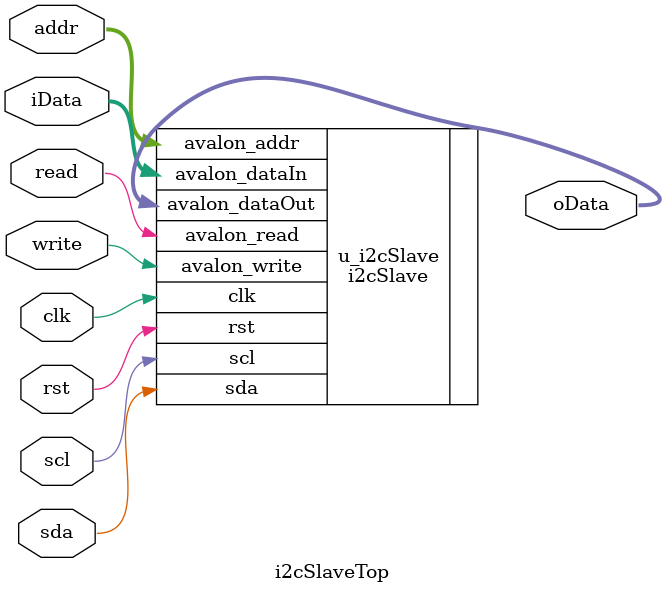
<source format=v>
`include "i2cSlave_define.v"


module i2cSlaveTop (
  clk,
  rst,
  sda,
  scl,
  addr,
  read,
  write,
  iData,
  oData
);
input clk;
input rst;
inout sda;
input scl;

input [7:0] addr;
input read, write;
input [31:0] iData;
output [31:0] oData;

i2cSlave u_i2cSlave(
  .clk(clk),
  .rst(rst),
  .sda(sda),
  .scl(scl),
  .avalon_read(read),
  .avalon_write(write),
  .avalon_addr(addr),
  .avalon_dataIn(iData),
  .avalon_dataOut(oData)
);

endmodule


 

</source>
